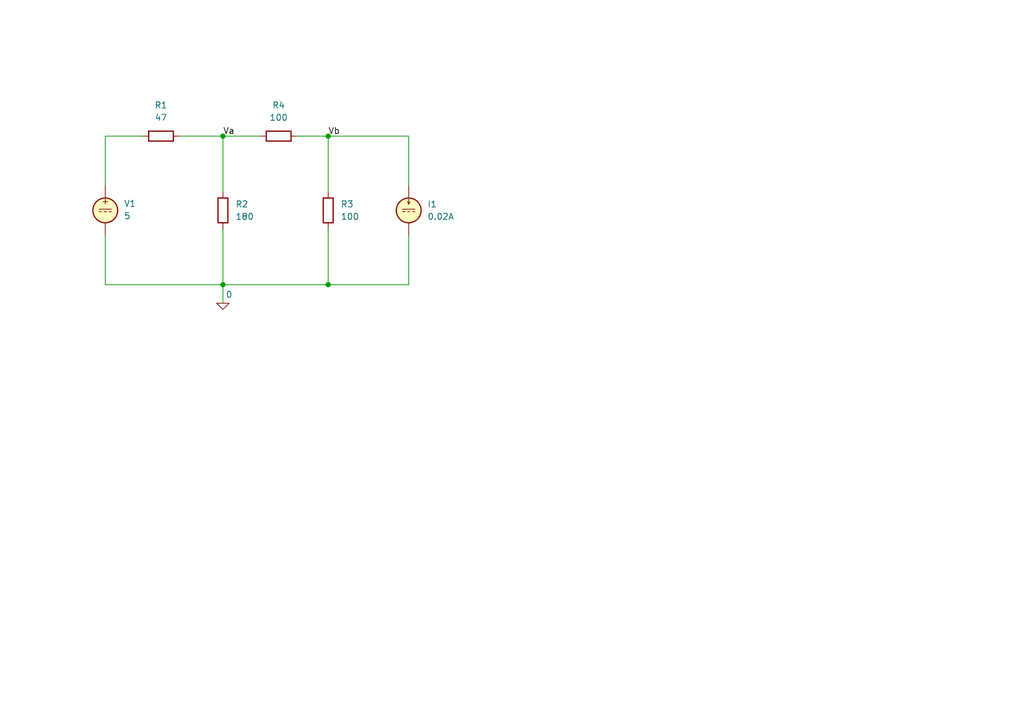
<source format=kicad_sch>
(kicad_sch (version 20250114) (generator "eeschema") (generator_version "9.0")
  (paper "A5")
  (lib_symbols
    (symbol "Device:R" (pin_numbers (hide yes)) (pin_names (offset 0))
      (property "Reference" "R" (at 2.032 0 90))
      (property "Value" "R" (at 0 0 90))
      (symbol "R_0_1"
        (rectangle (start -1.016 -2.54) (end 1.016 2.54) (stroke (width 0.254)))
      )
      (symbol "R_1_1"
        (pin passive line (at 0 3.81 270) (length 1.27) (name "~") (number "1"))
        (pin passive line (at 0 -3.81 90) (length 1.27) (name "~") (number "2"))
      )
    )
    (symbol "Simulation_SPICE:0" (power) (pin_numbers (hide yes)) (pin_names (offset 0) (hide yes))
      (property "Value" "0" (at 0 -2.54 0))
      (symbol "0_0_1"
        (polyline (pts (xy -1.27 0) (xy 0 -1.27) (xy 1.27 0) (xy -1.27 0)))
      )
      (symbol "0_1_1"
        (pin power_in line (at 0 0 0) (length 0) (name "~") (number "1"))
      )
    )
    (symbol "Simulation_SPICE:IDC" (pin_numbers (hide yes)) (pin_names (offset 0.0254))
      (property "Reference" "I" (at 2.54 2.54 0))
      (property "Value" "1" (at 2.54 0 0))
      (symbol "IDC_0_0"
        (polyline (pts (xy -1.27 0.254) (xy 1.27 0.254)))
        (polyline (pts (xy -0.762 -0.254) (xy -1.27 -0.254)))
        (polyline (pts (xy 0.254 -0.254) (xy -0.254 -0.254)))
        (polyline (pts (xy 1.27 -0.254) (xy 0.762 -0.254)))
      )
      (symbol "IDC_0_1"
        (polyline (pts (xy -0.254 1.778) (xy 0 1.27) (xy 0.254 1.778)))
        (polyline (pts (xy 0 1.27) (xy 0 2.286)))
        (circle (center 0 0) (radius 2.54) (stroke (width 0.254)) (fill (type background)))
      )
      (symbol "IDC_1_1"
        (pin passive line (at 0 5.08 270) (length 2.54) (name "~") (number "1"))
        (pin passive line (at 0 -5.08 90) (length 2.54) (name "~") (number "2"))
      )
    )
    (symbol "Simulation_SPICE:VDC" (pin_numbers (hide yes)) (pin_names (offset 0.0254))
      (property "Reference" "V" (at 2.54 2.54 0))
      (property "Value" "1" (at 2.54 0 0))
      (symbol "VDC_0_0"
        (polyline (pts (xy -1.27 0.254) (xy 1.27 0.254)))
        (polyline (pts (xy -0.762 -0.254) (xy -1.27 -0.254)))
        (polyline (pts (xy 0.254 -0.254) (xy -0.254 -0.254)))
        (polyline (pts (xy 1.27 -0.254) (xy 0.762 -0.254)))
        (text "+" (at 0 1.905 0) (effects (font (size 1.27 1.27))))
      )
      (symbol "VDC_0_1"
        (circle (center 0 0) (radius 2.54) (stroke (width 0.254)) (fill (type background)))
      )
      (symbol "VDC_1_1"
        (pin passive line (at 0 5.08 270) (length 2.54) (name "~") (number "1"))
        (pin passive line (at 0 -5.08 90) (length 2.54) (name "~") (number "2"))
      )
    )
  )
  (junction (at 67.31 27.94))
  (junction (at 67.31 58.42))
  (junction (at 45.72 27.94))
  (junction (at 45.72 58.42))
  (wire (pts (xy 45.72 27.94) (xy 53.34 27.94)))
  (wire (pts (xy 45.72 58.42) (xy 45.72 62.23)))
  (wire (pts (xy 45.72 46.99) (xy 45.72 58.42)))
  (wire (pts (xy 45.72 27.94) (xy 45.72 39.37)))
  (wire (pts (xy 83.82 38.1) (xy 83.82 27.94)))
  (wire (pts (xy 21.59 58.42) (xy 45.72 58.42)))
  (wire (pts (xy 83.82 58.42) (xy 67.31 58.42)))
  (wire (pts (xy 21.59 27.94) (xy 29.21 27.94)))
  (wire (pts (xy 21.59 38.1) (xy 21.59 27.94)))
  (wire (pts (xy 83.82 27.94) (xy 67.31 27.94)))
  (wire (pts (xy 67.31 46.99) (xy 67.31 58.42)))
  (wire (pts (xy 83.82 48.26) (xy 83.82 58.42)))
  (wire (pts (xy 67.31 58.42) (xy 45.72 58.42)))
  (wire (pts (xy 60.96 27.94) (xy 67.31 27.94)))
  (wire (pts (xy 36.83 27.94) (xy 45.72 27.94)))
  (wire (pts (xy 67.31 27.94) (xy 67.31 39.37)))
  (wire (pts (xy 21.59 48.26) (xy 21.59 58.42)))
  (label "Va" (at 45.72 27.94 0))
  (label "Vb" (at 67.31 27.94 0))
  (symbol (lib_id "Device:R") (at 67.31 43.18 180) (unit 1)
    (property "Reference" "R3" (at 69.85 41.9099 0) (effects (justify right)))
    (property "Value" "100" (at 69.85 44.4499 0) (effects (justify right)))
    (property "Description" "Resistor" (effects (hide yes)))
  )
  (symbol (lib_id "Device:R") (at 33.02 27.94 270) (unit 1)
    (property "Reference" "R1" (at 33.02 21.59 90))
    (property "Value" "47" (at 33.02 24.13 90))
    (property "Description" "Resistor" (effects (hide yes)))
  )
  (symbol (lib_id "Device:R") (at 45.72 43.18 0) (unit 1)
    (property "Reference" "R2" (at 48.26 41.9099 0) (effects (justify left)))
    (property "Value" "180" (at 48.26 44.4499 0) (effects (justify left)))
    (property "Description" "Resistor" (effects (hide yes)))
  )
  (symbol (lib_id "Simulation_SPICE:VDC") (at 21.59 43.18 0) (unit 1)
    (property "Reference" "V1" (at 25.4 41.7801 0) (effects (justify left)))
    (property "Value" "5" (at 25.4 44.3201 0) (effects (justify left)))
    (property "Datasheet" "https://ngspice.sourceforge.io/docs/ngspice-html-manual/manual.xhtml#sec_Independent_Sources_for" (effects (hide yes)))
    (property "Description" "Voltage source, DC" (effects (hide yes)))
    (property "Sim.Pins" "1=+ 2=-" (effects (hide yes)))
    (property "Sim.Type" "DC" (effects (hide yes)))
    (property "Sim.Device" "V" (effects (hide yes)))
  )
  (symbol (lib_id "Simulation_SPICE:IDC") (at 83.82 43.18 0) (unit 1)
    (property "Reference" "I1" (at 87.63 41.9099 0) (effects (justify left)))
    (property "Value" "0.02A" (at 87.63 44.4499 0) (effects (justify left)))
    (property "Datasheet" "https://ngspice.sourceforge.io/docs/ngspice-html-manual/manual.xhtml#sec_Independent_Sources_for" (effects (hide yes)))
    (property "Description" "Current source, DC" (effects (hide yes)))
    (property "Sim.Pins" "1=+ 2=-" (effects (hide yes)))
    (property "Sim.Type" "DC" (effects (hide yes)))
    (property "Sim.Device" "I" (effects (hide yes)))
  )
  (symbol (lib_id "Simulation_SPICE:0") (at 45.72 62.23 0) (unit 1)
    (property "Reference" "#GND01" (effects (hide yes)))
    (property "Value" "0" (at 46.99 60.452 0))
    (property "Datasheet" "https://ngspice.sourceforge.io/docs/ngspice-html-manual/manual.xhtml#subsec_Circuit_elements__device" (effects (hide yes)))
    (property "Description" "0V reference potential for simulation" (effects (hide yes)))
  )
  (symbol (lib_id "Device:R") (at 57.15 27.94 90) (unit 1)
    (property "Reference" "R4" (at 57.15 21.59 90))
    (property "Value" "100" (at 57.15 24.13 90))
    (property "Description" "Resistor" (effects (hide yes)))
  )
)
</source>
